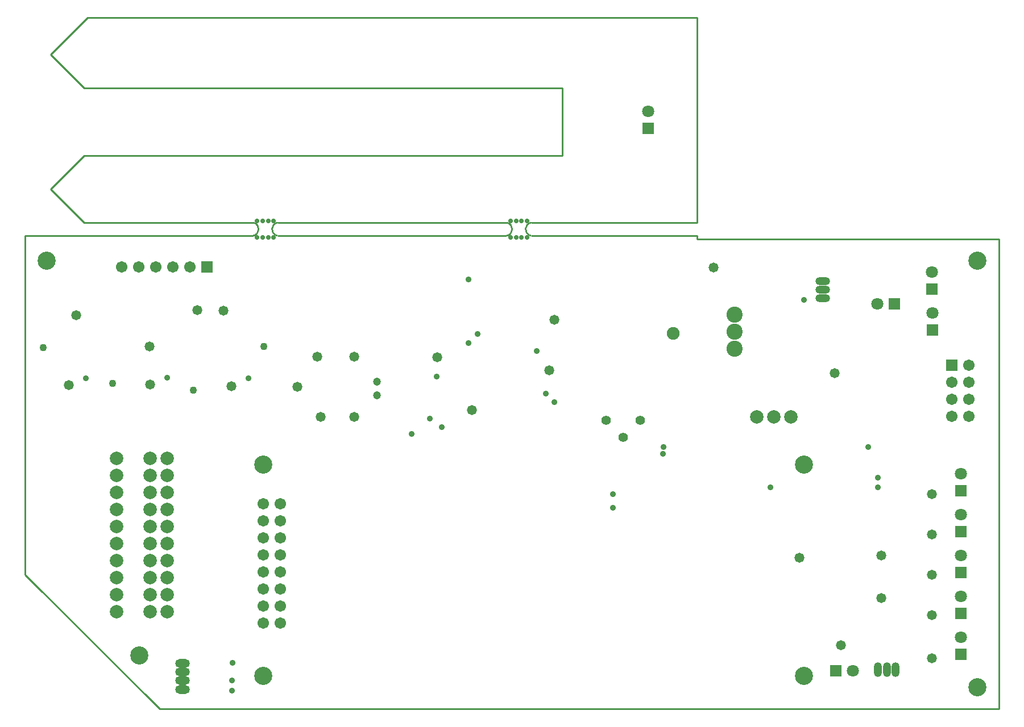
<source format=gbs>
%FSLAX25Y25*%
%MOIN*%
G70*
G01*
G75*
G04 Layer_Color=16711935*
%ADD10R,0.03937X0.04331*%
%ADD11R,0.04331X0.03937*%
%ADD12R,0.11811X0.09055*%
%ADD13R,0.07874X0.02756*%
%ADD14R,0.09449X0.12992*%
%ADD15R,0.24016X0.40000*%
%ADD16R,0.12992X0.09449*%
%ADD17R,0.07874X0.02362*%
%ADD18R,0.02362X0.06102*%
%ADD19C,0.01000*%
%ADD20C,0.02756*%
%ADD21C,0.03937*%
%ADD22C,0.05906*%
%ADD23C,0.01969*%
%ADD24C,0.07874*%
%ADD25C,0.01575*%
%ADD26C,0.27559*%
%ADD27C,0.07087*%
%ADD28C,0.09843*%
%ADD29C,0.05906*%
%ADD30C,0.08661*%
%ADD31O,0.07874X0.03937*%
%ADD32O,0.07874X0.03937*%
%ADD33R,0.06299X0.06299*%
%ADD34C,0.06299*%
%ADD35R,0.06299X0.06299*%
%ADD36R,0.05906X0.05906*%
%ADD37C,0.04724*%
%ADD38C,0.01969*%
%ADD39R,0.05906X0.05906*%
%ADD40O,0.03937X0.07874*%
%ADD41O,0.07874X0.04331*%
%ADD42C,0.03937*%
%ADD43C,0.02756*%
%ADD44C,0.05000*%
%ADD45C,0.03543*%
%ADD46C,0.06693*%
%ADD47C,0.00394*%
%ADD48C,0.00787*%
%ADD49C,0.00591*%
%ADD50C,0.00800*%
%ADD51R,0.04737X0.05131*%
%ADD52R,0.05131X0.04737*%
%ADD53R,0.12611X0.09855*%
%ADD54R,0.08674X0.03556*%
%ADD55R,0.10249X0.13792*%
%ADD56R,0.24816X0.40800*%
%ADD57R,0.13792X0.10249*%
%ADD58R,0.08674X0.03162*%
%ADD59R,0.03162X0.06902*%
%ADD60C,0.07887*%
%ADD61C,0.10642*%
%ADD62C,0.06706*%
%ADD63C,0.09461*%
%ADD64O,0.08674X0.04737*%
%ADD65O,0.08674X0.04737*%
%ADD66R,0.07099X0.07099*%
%ADD67C,0.07099*%
%ADD68R,0.07099X0.07099*%
%ADD69R,0.06706X0.06706*%
%ADD70C,0.05524*%
%ADD71C,0.02769*%
%ADD72R,0.06706X0.06706*%
%ADD73O,0.04737X0.08674*%
%ADD74O,0.08674X0.05131*%
%ADD75C,0.04737*%
%ADD76C,0.03556*%
%ADD77C,0.05800*%
%ADD78C,0.04343*%
%ADD79C,0.07493*%
D19*
X282044Y277593D02*
G03*
X282549Y285299I-514J3903D01*
G01*
X296764Y285399D02*
G03*
X296259Y277693I514J-3903D01*
G01*
X148108Y285399D02*
G03*
X147603Y277693I514J-3903D01*
G01*
X133388Y277593D02*
G03*
X133893Y285299I-514J3903D01*
G01*
X148108Y277593D02*
X282010D01*
X148108Y285399D02*
X282456D01*
X-0Y277559D02*
X34Y277593D01*
X133388D01*
X34449Y285433D02*
X133800D01*
X14764Y305118D02*
X34449Y285433D01*
X14764Y305118D02*
X34449Y324803D01*
X314961D01*
Y364173D01*
X34449D02*
X314961D01*
X14764Y383858D02*
X34449Y364173D01*
X14764Y383858D02*
X36417Y405512D01*
X393701D01*
Y285433D02*
Y405512D01*
X393667Y285399D02*
X393701Y285433D01*
X296730Y285399D02*
X393667D01*
X296730Y277593D02*
X393667D01*
X393701Y277559D01*
Y275590D02*
Y277559D01*
Y275590D02*
X570866D01*
X570866Y275590D01*
Y0D02*
Y275590D01*
X78740Y0D02*
X570866D01*
X-0Y78740D02*
X78740Y0D01*
X-0Y78740D02*
Y277559D01*
D60*
X53543Y57087D02*
D03*
Y67087D02*
D03*
Y77165D02*
D03*
Y87165D02*
D03*
Y117165D02*
D03*
Y127165D02*
D03*
Y97165D02*
D03*
Y107165D02*
D03*
Y137165D02*
D03*
Y147165D02*
D03*
X83071Y57087D02*
D03*
Y67087D02*
D03*
Y77165D02*
D03*
Y87165D02*
D03*
Y117165D02*
D03*
Y127165D02*
D03*
Y97165D02*
D03*
Y107165D02*
D03*
Y137165D02*
D03*
Y147165D02*
D03*
X73228D02*
D03*
Y137165D02*
D03*
Y107165D02*
D03*
Y97165D02*
D03*
Y127165D02*
D03*
Y117165D02*
D03*
Y87165D02*
D03*
Y77165D02*
D03*
Y67087D02*
D03*
Y57087D02*
D03*
X438976Y171260D02*
D03*
X428976D02*
D03*
X448976D02*
D03*
D61*
X139606Y19291D02*
D03*
X456535D02*
D03*
Y143307D02*
D03*
X139606D02*
D03*
X558268Y12598D02*
D03*
Y262992D02*
D03*
X12598D02*
D03*
X66929Y31496D02*
D03*
D62*
X149606Y120315D02*
D03*
Y110315D02*
D03*
X139606Y60315D02*
D03*
Y70315D02*
D03*
Y80315D02*
D03*
Y90315D02*
D03*
Y50315D02*
D03*
Y110315D02*
D03*
Y120315D02*
D03*
Y100315D02*
D03*
X149606D02*
D03*
Y90315D02*
D03*
Y80315D02*
D03*
Y70315D02*
D03*
Y60315D02*
D03*
Y50315D02*
D03*
X56693Y259449D02*
D03*
X66693D02*
D03*
X76693D02*
D03*
X86693D02*
D03*
X96693D02*
D03*
X553307Y201772D02*
D03*
X543307Y191772D02*
D03*
X553307D02*
D03*
X543307Y181772D02*
D03*
X553307D02*
D03*
X543307Y171772D02*
D03*
X553307D02*
D03*
D63*
X415748Y221260D02*
D03*
Y231260D02*
D03*
Y211260D02*
D03*
D64*
X467520Y241063D02*
D03*
Y246063D02*
D03*
D65*
Y251063D02*
D03*
D66*
X548425Y127953D02*
D03*
Y103937D02*
D03*
Y79921D02*
D03*
X548425Y31890D02*
D03*
Y55905D02*
D03*
X531496Y246457D02*
D03*
X531890Y222441D02*
D03*
X365158Y340551D02*
D03*
D67*
X548425Y137953D02*
D03*
Y113937D02*
D03*
Y89921D02*
D03*
X548425Y41890D02*
D03*
Y65905D02*
D03*
X485197Y22441D02*
D03*
X499449Y237795D02*
D03*
X531496Y256457D02*
D03*
X531890Y232441D02*
D03*
X365158Y350551D02*
D03*
D68*
X475197Y22441D02*
D03*
X509449Y237795D02*
D03*
D69*
X106693Y259449D02*
D03*
D70*
X340394Y169272D02*
D03*
X350394Y159272D02*
D03*
X360394Y169272D02*
D03*
D71*
X145669Y286417D02*
D03*
X142388D02*
D03*
X139108D02*
D03*
X135827D02*
D03*
Y276575D02*
D03*
X139108D02*
D03*
X142388D02*
D03*
X145669D02*
D03*
X294291D02*
D03*
X291010D02*
D03*
X287730D02*
D03*
X284449D02*
D03*
Y286417D02*
D03*
X287730D02*
D03*
X291010D02*
D03*
X294291D02*
D03*
D72*
X543307Y201772D02*
D03*
D73*
X510354Y22835D02*
D03*
X505118D02*
D03*
X499882D02*
D03*
D74*
X92126Y26772D02*
D03*
Y21654D02*
D03*
Y16535D02*
D03*
Y11417D02*
D03*
D75*
X206299Y191929D02*
D03*
Y184055D02*
D03*
D76*
X494095Y153543D02*
D03*
X121653Y27165D02*
D03*
X121260Y16535D02*
D03*
Y10630D02*
D03*
X437008Y129921D02*
D03*
X344488Y118110D02*
D03*
Y125984D02*
D03*
X500000Y129921D02*
D03*
Y135827D02*
D03*
X374197Y153543D02*
D03*
X374016Y149606D02*
D03*
X305118Y185039D02*
D03*
X83091Y194311D02*
D03*
X35453Y193917D02*
D03*
X130728Y194075D02*
D03*
X241181Y194921D02*
D03*
X299921Y209921D02*
D03*
X226378Y161417D02*
D03*
X244094Y165354D02*
D03*
X237205Y170276D02*
D03*
X310039Y180118D02*
D03*
X259842Y214567D02*
D03*
Y251969D02*
D03*
X265197Y219921D02*
D03*
X456693Y240158D02*
D03*
D77*
X100787Y233858D02*
D03*
X241535Y206299D02*
D03*
X310039Y228346D02*
D03*
X73090Y190217D02*
D03*
X120728Y189311D02*
D03*
X25453Y189961D02*
D03*
X453740Y88583D02*
D03*
X403543Y258858D02*
D03*
X29724Y231102D02*
D03*
X72835Y212598D02*
D03*
X116142Y233661D02*
D03*
X478346Y37402D02*
D03*
X261811Y175197D02*
D03*
X307087Y198819D02*
D03*
X192913Y171260D02*
D03*
X173228D02*
D03*
X171260Y206693D02*
D03*
X192913D02*
D03*
X159449Y188976D02*
D03*
X474409Y196850D02*
D03*
X501968Y64961D02*
D03*
X531496Y29528D02*
D03*
X531496Y55118D02*
D03*
X531496Y78740D02*
D03*
Y102362D02*
D03*
Y125984D02*
D03*
X501968Y90039D02*
D03*
D78*
X10453Y211988D02*
D03*
X139764Y212598D02*
D03*
X51181Y190945D02*
D03*
X98425Y187008D02*
D03*
D79*
X379921Y220472D02*
D03*
M02*

</source>
